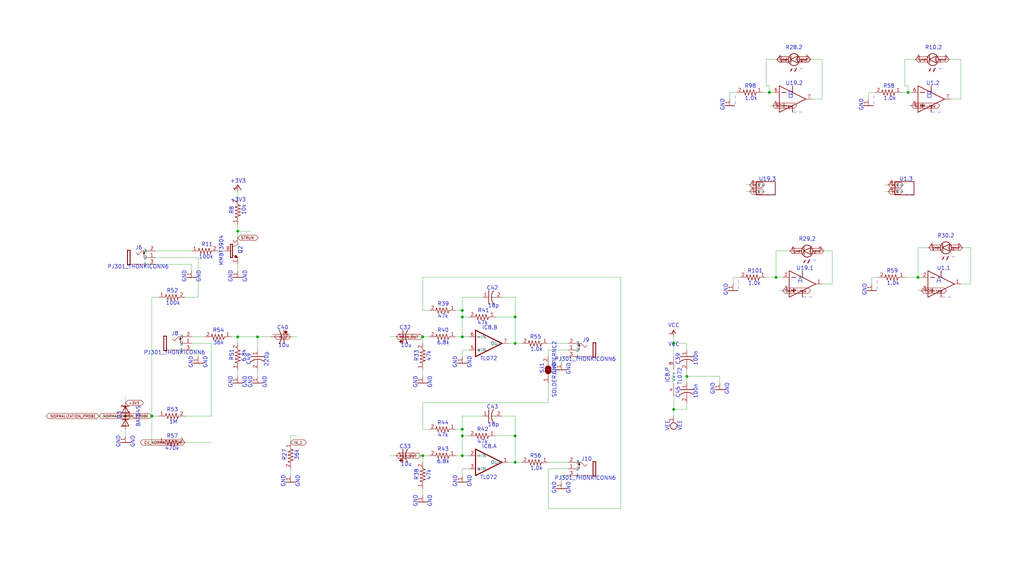
<source format=kicad_sch>
(kicad_sch (version 20231120) (generator "eeschema") (generator_version "8.0")
  (paper "User" 393.852 216.484)
  (lib_symbols
    (symbol "rangoon-eagle-import:+3V3" (power)
      (symbol "+3V3_1_0"
        (pin power_in line (at 0 -1.588 90) (length 2.54) (name "+3V3") (number "1"))
      )
    )
    (symbol "rangoon-eagle-import:BOURNS_PTL_LED_SLIDE_POT"
      (symbol "BOURNS_PTL_LED_SLIDE_POT_1_0"
        (pin passive line (at -5.715 0 0) (length 2.54) (name "CCW") (number "1"))
        (pin passive line (at 0 -6.35 90) (length 2.54) (name "W") (number "2"))
        (pin passive line (at 6.985 0 180) (length 2.54) (name "CW") (number "3"))
      )
      (symbol "BOURNS_PTL_LED_SLIDE_POT_2_0"
        (pin power_in line (at -6.668 -0.006 0) (length 2.54) (name "gnd@1") (number "5"))
        (pin power_in line (at 6.35 -0.006 180) (length 2.54) (name "gnd@2") (number "6"))
      )
    )
    (symbol "rangoon-eagle-import:C-USC0603_3"
      (symbol "C-USC0603_3_1_0"
        (pin passive line (at 0 3.81 270) (length 2.54) (name "1") (number "1"))
        (pin passive line (at 0 -3.81 90) (length 2.54) (name "2") (number "2"))
      )
    )
    (symbol "rangoon-eagle-import:C-USC0603_4"
      (symbol "C-USC0603_4_1_0"
        (pin passive line (at -3.81 0 0) (length 2.54) (name "1") (number "1"))
        (pin passive line (at 3.81 0 180) (length 2.54) (name "2") (number "2"))
      )
    )
    (symbol "rangoon-eagle-import:CPOL-USA_30"
      (symbol "CPOL-USA_30_1_0"
        (pin passive line (at -3.222 0 0) (length 2.54) (name "+") (number "+"))
        (pin passive line (at 4.398 0 180) (length 2.54) (name "-") (number "-"))
      )
    )
    (symbol "rangoon-eagle-import:CPOL-USA_31"
      (symbol "CPOL-USA_31_1_0"
        (pin passive line (at 3.222 0 180) (length 2.54) (name "+") (number "+"))
        (pin passive line (at -4.398 0 0) (length 2.54) (name "-") (number "-"))
      )
    )
    (symbol "rangoon-eagle-import:DIODE_2CACA-SOT23"
      (symbol "DIODE_2CACA-SOT23_1_0"
        (pin passive line (at 0 -5.08 90) (length 2.54) (name "A") (number "1"))
        (pin passive line (at 0 5.08 270) (length 2.54) (name "C") (number "2"))
        (pin passive line (at 2.54 0 180) (length 2.54) (name "AC") (number "3"))
      )
    )
    (symbol "rangoon-eagle-import:EVEN"
      (symbol "EVEN_1_0"
        (pin passive line (at -6.605 0 0) (length 2.54) (name "2") (number "1"))
        (pin passive line (at -6.605 2.54 0) (length 2.54) (name "3") (number "2"))
        (pin passive line (at -6.605 -2.54 0) (length 2.54) (name "1") (number "3"))
      )
    )
    (symbol "rangoon-eagle-import:GND" (power)
      (symbol "GND_1_0"
        (pin power_in line (at 0 2.54 270) (length 2.54) (name "GND") (number "1"))
      )
    )
    (symbol "rangoon-eagle-import:IN"
      (symbol "IN_1_0"
        (pin passive line (at 6.603 0 180) (length 2.54) (name "2") (number "1"))
        (pin passive line (at 6.603 2.54 180) (length 2.54) (name "3") (number "2"))
        (pin passive line (at 6.603 -2.54 180) (length 2.54) (name "1") (number "3"))
      )
    )
    (symbol "rangoon-eagle-import:MMBT3904LT1-NPN-SOT23-BEC"
      (symbol "MMBT3904LT1-NPN-SOT23-BEC_1_0"
        (pin passive line (at -3.685 0 0) (length 2.54) (name "B") (number "B"))
        (pin passive line (at 1.395 5.08 270) (length 2.54) (name "C") (number "C"))
        (pin passive line (at 1.395 -5.08 90) (length 2.54) (name "E") (number "E"))
      )
    )
    (symbol "rangoon-eagle-import:ODD"
      (symbol "ODD_1_0"
        (pin passive line (at -6.605 0 0) (length 2.54) (name "2") (number "1"))
        (pin passive line (at -6.605 2.54 0) (length 2.54) (name "3") (number "2"))
        (pin passive line (at -6.605 -2.54 0) (length 2.54) (name "1") (number "3"))
      )
    )
    (symbol "rangoon-eagle-import:R-US_R0402_(R-US_)"
      (symbol "R-US_R0402_(R-US_)_1_0"
        (pin passive line (at -5.08 0 0) (length 2.54) (name "1") (number "1"))
        (pin passive line (at 5.08 0 180) (length 2.54) (name "2") (number "2"))
      )
    )
    (symbol "rangoon-eagle-import:R-US_R0603"
      (symbol "R-US_R0603_1_0"
        (pin passive line (at -5.08 0 0) (length 2.54) (name "1") (number "1"))
        (pin passive line (at 5.08 0 180) (length 2.54) (name "2") (number "2"))
      )
    )
    (symbol "rangoon-eagle-import:R-US_R0603_35"
      (symbol "R-US_R0603_35_1_0"
        (pin passive line (at 0 -5.08 90) (length 2.54) (name "1") (number "1"))
        (pin passive line (at 0 5.08 270) (length 2.54) (name "2") (number "2"))
      )
    )
    (symbol "rangoon-eagle-import:R-US_R0603_37"
      (symbol "R-US_R0603_37_1_0"
        (pin passive line (at 0 5.08 270) (length 2.54) (name "1") (number "1"))
        (pin passive line (at 0 -5.08 90) (length 2.54) (name "2") (number "2"))
      )
    )
    (symbol "rangoon-eagle-import:R-US_R0603_38"
      (symbol "R-US_R0603_38_1_0"
        (pin passive line (at 5.08 0 180) (length 2.54) (name "1") (number "1"))
        (pin passive line (at -5.08 0 0) (length 2.54) (name "2") (number "2"))
      )
    )
    (symbol "rangoon-eagle-import:SOLDERJUMPERNC2"
      (symbol "SOLDERJUMPERNC2_1_0"
        (pin passive line (at 0 -5.08 90) (length 2.54) (name "1") (number "1"))
        (pin passive line (at 0 5.08 270) (length 2.54) (name "2") (number "2"))
      )
    )
    (symbol "rangoon-eagle-import:STRUM"
      (symbol "STRUM_1_0"
        (pin passive line (at 6.603 0 180) (length 2.54) (name "2") (number "1"))
        (pin passive line (at 6.603 2.54 180) (length 2.54) (name "3") (number "2"))
        (pin passive line (at 6.603 -2.54 180) (length 2.54) (name "1") (number "3"))
      )
    )
    (symbol "rangoon-eagle-import:TL072D"
      (symbol "TL072D_1_0"
        (pin output line (at 7.62 0 180) (length 2.54) (name "OUT") (number "1"))
        (pin input line (at -7.62 2.54 0) (length 2.54) (name "-IN") (number "2"))
        (pin input line (at -7.62 -2.54 0) (length 2.54) (name "+IN") (number "3"))
      )
      (symbol "TL072D_2_0"
        (pin input line (at -7.62 -2.54 0) (length 2.54) (name "+IN") (number "5"))
        (pin input line (at -7.62 2.54 0) (length 2.54) (name "-IN") (number "6"))
        (pin output line (at 7.62 0 180) (length 2.54) (name "OUT") (number "7"))
      )
      (symbol "TL072D_3_0"
        (pin power_in line (at 0 -7.62 90) (length 5.08) (name "V-") (number "4"))
        (pin power_in line (at 0 7.62 270) (length 5.08) (name "V+") (number "8"))
      )
    )
    (symbol "rangoon-eagle-import:TLV2172"
      (symbol "TLV2172_1_0"
        (pin output line (at 7.62 0 180) (length 2.54) (name "OUT") (number "1"))
        (pin input line (at -7.62 2.54 0) (length 2.54) (name "IN-") (number "2"))
        (pin input line (at -7.62 -2.54 0) (length 2.54) (name "IN+") (number "3"))
      )
      (symbol "TLV2172_2_0"
        (pin input line (at -7.62 -2.54 0) (length 2.54) (name "IN+") (number "5"))
        (pin input line (at -7.62 2.54 0) (length 2.54) (name "IN-") (number "6"))
        (pin output line (at 7.62 0 180) (length 2.54) (name "OUT") (number "7"))
      )
      (symbol "TLV2172_3_0"
        (pin power_in line (at -6.207 -1.27 0) (length 2.54) (name "V-") (number "4"))
        (pin power_in line (at -6.207 1.27 0) (length 2.54) (name "V+") (number "8"))
      )
    )
    (symbol "rangoon-eagle-import:VCC" (power)
      (symbol "VCC_1_0"
        (pin power_in line (at 0 -1.905 90) (length 2.54) (name "VCC") (number "1"))
      )
    )
    (symbol "rangoon-eagle-import:VEE_43" (power)
      (symbol "VEE_43_1_0"
        (pin power_in line (at 0 3.81 270) (length 2.54) (name "VEE") (number "1"))
      )
    )
  )
  (junction (at 99.06 129.54))
  (junction (at 177.8 121.92))
  (junction (at 198.12 121.92))
  (junction (at 177.8 167.64))
  (junction (at 177.8 175.26))
  (junction (at 162.56 175.26))
  (junction (at 349.25 35.56))
  (junction (at 259.08 132.08))
  (junction (at 264.16 144.78))
  (junction (at 198.12 132.08))
  (junction (at 162.56 129.54))
  (junction (at 198.12 177.8))
  (junction (at 353.06 106.68))
  (junction (at 259.08 157.48))
  (junction (at 177.8 119.38))
  (junction (at 91.44 129.54))
  (junction (at 58.42 160.02))
  (junction (at 177.8 129.54))
  (junction (at 298.45 106.68))
  (junction (at 295.91 35.56))
  (junction (at 91.44 88.9))
  (junction (at 198.12 167.64))
  (junction (at 177.8 165.1))
  (wire (pts (xy 259.08 152.4) (xy 259.08 157.48)) (stroke (width 0.1)))
  (wire (pts (xy 210.82 147.32) (xy 210.82 154.94)) (stroke (width 0.1)))
  (wire (pts (xy 316.23 22.847) (xy 311.785 22.847)) (stroke (width 0.1)))
  (wire (pts (xy 316.23 38.1) (xy 316.23 22.847)) (stroke (width 0.1)))
  (wire (pts (xy 218.44 134.62) (xy 210.82 134.62)) (stroke (width 0.1)))
  (wire (pts (xy 373.38 95.237) (xy 373.38 109.22)) (stroke (width 0.1)))
  (wire (pts (xy 177.8 167.64) (xy 180.34 167.64)) (stroke (width 0.1)))
  (wire (pts (xy 373.38 109.22) (xy 369.57 109.22)) (stroke (width 0.1)))
  (wire (pts (xy 91.44 76.2) (xy 91.44 73.66)) (stroke (width 0.1)))
  (wire (pts (xy 177.8 175.26) (xy 177.8 167.64)) (stroke (width 0.1)))
  (wire (pts (xy 48.26 154.94) (xy 48.26 152.4)) (stroke (width 0.1)))
  (wire (pts (xy 60.96 114.3) (xy 58.42 114.3)) (stroke (width 0.1)))
  (wire (pts (xy 320.04 109.22) (xy 320.04 96.507)) (stroke (width 0.1)))
  (wire (pts (xy 160.02 129.54) (xy 162.56 129.54)) (stroke (width 0.1)))
  (wire (pts (xy 59.69 96.52) (xy 73.66 96.52)) (stroke (width 0.1)))
  (wire (pts (xy 337.82 106.68) (xy 335.28 106.68)) (stroke (width 0.1)))
  (wire (pts (xy 294.64 33.02) (xy 295.91 33.02)) (stroke (width 0.1)))
  (wire (pts (xy 177.8 167.64) (xy 177.8 165.1)) (stroke (width 0.1)))
  (wire (pts (xy 58.42 160.02) (xy 58.42 170.18)) (stroke (width 0.1)))
  (wire (pts (xy 99.06 129.54) (xy 104.14 129.54)) (stroke (width 0.1)))
  (wire (pts (xy 177.8 175.26) (xy 180.34 175.26)) (stroke (width 0.1)))
  (wire (pts (xy 210.82 177.8) (xy 218.44 177.8)) (stroke (width 0.1)))
  (wire (pts (xy 281.94 106.68) (xy 281.94 109.22)) (stroke (width 0.1)))
  (wire (pts (xy 111.76 129.54) (xy 114.3 129.54)) (stroke (width 0.1)))
  (wire (pts (xy 284.48 106.68) (xy 281.94 106.68)) (stroke (width 0.1)))
  (wire (pts (xy 218.44 182.88) (xy 215.9 182.88)) (stroke (width 0.1)))
  (wire (pts (xy 288.29 71.12) (xy 287.02 71.12)) (stroke (width 0.1)))
  (wire (pts (xy 276.86 144.78) (xy 276.86 147.32)) (stroke (width 0.1)))
  (wire (pts (xy 280.67 35.56) (xy 280.67 38.1)) (stroke (width 0.1)))
  (wire (pts (xy 357.187 95.237) (xy 353.06 95.237)) (stroke (width 0.1)))
  (wire (pts (xy 259.08 137.16) (xy 259.08 132.08)) (stroke (width 0.1)))
  (wire (pts (xy 198.12 121.92) (xy 198.12 132.08)) (stroke (width 0.1)))
  (wire (pts (xy 81.28 132.08) (xy 81.28 160.02)) (stroke (width 0.1)))
  (wire (pts (xy 316.23 109.22) (xy 320.04 109.22)) (stroke (width 0.1)))
  (wire (pts (xy 58.42 114.3) (xy 58.42 160.02)) (stroke (width 0.1)))
  (wire (pts (xy 198.12 160.02) (xy 198.12 167.64)) (stroke (width 0.1)))
  (wire (pts (xy 71.12 170.18) (xy 81.28 170.18)) (stroke (width 0.1)))
  (wire (pts (xy 198.12 167.64) (xy 190.5 167.64)) (stroke (width 0.1)))
  (wire (pts (xy 162.56 106.68) (xy 162.56 119.38)) (stroke (width 0.1)))
  (wire (pts (xy 283.21 35.56) (xy 280.67 35.56)) (stroke (width 0.1)))
  (wire (pts (xy 350.52 40.64) (xy 349.25 40.64)) (stroke (width 0.1)))
  (wire (pts (xy 341.63 71.12) (xy 340.36 71.12)) (stroke (width 0.1)))
  (wire (pts (xy 349.25 33.02) (xy 349.25 35.56)) (stroke (width 0.1)))
  (wire (pts (xy 177.8 121.92) (xy 177.8 119.38)) (stroke (width 0.1)))
  (wire (pts (xy 162.56 175.26) (xy 165.1 175.26)) (stroke (width 0.1)))
  (wire (pts (xy 91.44 101.6) (xy 91.44 104.14)) (stroke (width 0.1)))
  (wire (pts (xy 162.56 142.24) (xy 162.56 144.78)) (stroke (width 0.1)))
  (wire (pts (xy 162.56 154.94) (xy 162.56 165.1)) (stroke (width 0.1)))
  (wire (pts (xy 365.125 22.847) (xy 369.57 22.847)) (stroke (width 0.1)))
  (wire (pts (xy 91.44 129.54) (xy 99.06 129.54)) (stroke (width 0.1)))
  (wire (pts (xy 180.34 180.34) (xy 177.8 180.34)) (stroke (width 0.1)))
  (wire (pts (xy 238.76 106.68) (xy 162.56 106.68)) (stroke (width 0.1)))
  (wire (pts (xy 264.16 142.24) (xy 264.16 144.78)) (stroke (width 0.1)))
  (wire (pts (xy 354.33 111.76) (xy 353.06 111.76)) (stroke (width 0.1)))
  (wire (pts (xy 210.82 180.34) (xy 210.82 195.58)) (stroke (width 0.1)))
  (wire (pts (xy 215.9 137.16) (xy 215.9 139.7)) (stroke (width 0.1)))
  (wire (pts (xy 83.82 96.52) (xy 86.36 96.52)) (stroke (width 0.1)))
  (wire (pts (xy 175.26 175.26) (xy 177.8 175.26)) (stroke (width 0.1)))
  (wire (pts (xy 297.18 40.64) (xy 295.91 40.64)) (stroke (width 0.1)))
  (wire (pts (xy 295.91 33.02) (xy 295.91 35.56)) (stroke (width 0.1)))
  (wire (pts (xy 58.42 170.18) (xy 60.96 170.18)) (stroke (width 0.1)))
  (wire (pts (xy 76.2 99.06) (xy 59.69 99.06)) (stroke (width 0.1)))
  (wire (pts (xy 177.8 134.62) (xy 177.8 137.16)) (stroke (width 0.1)))
  (wire (pts (xy 177.8 129.54) (xy 177.8 121.92)) (stroke (width 0.1)))
  (wire (pts (xy 259.08 157.48) (xy 259.08 160.02)) (stroke (width 0.1)))
  (wire (pts (xy 320.04 96.507) (xy 316.865 96.507)) (stroke (width 0.1)))
  (wire (pts (xy 111.76 167.64) (xy 114.3 167.64)) (stroke (width 0.1)))
  (wire (pts (xy 288.29 73.66) (xy 287.02 73.66)) (stroke (width 0.1)))
  (wire (pts (xy 259.08 132.08) (xy 264.16 132.08)) (stroke (width 0.1)))
  (wire (pts (xy 264.16 144.78) (xy 264.16 147.32)) (stroke (width 0.1)))
  (wire (pts (xy 81.28 160.02) (xy 71.12 160.02)) (stroke (width 0.1)))
  (wire (pts (xy 198.12 121.92) (xy 190.5 121.92)) (stroke (width 0.1)))
  (wire (pts (xy 198.12 177.8) (xy 200.66 177.8)) (stroke (width 0.1)))
  (wire (pts (xy 347.98 33.02) (xy 349.25 33.02)) (stroke (width 0.1)))
  (wire (pts (xy 48.26 165.1) (xy 48.26 167.64)) (stroke (width 0.1)))
  (wire (pts (xy 91.44 129.54) (xy 91.44 132.08)) (stroke (width 0.1)))
  (wire (pts (xy 111.76 180.34) (xy 111.76 182.88)) (stroke (width 0.1)))
  (wire (pts (xy 334.01 35.56) (xy 334.01 38.1)) (stroke (width 0.1)))
  (wire (pts (xy 76.2 114.3) (xy 76.2 99.06)) (stroke (width 0.1)))
  (wire (pts (xy 297.18 35.56) (xy 295.91 35.56)) (stroke (width 0.1)))
  (wire (pts (xy 353.06 106.68) (xy 354.33 106.68)) (stroke (width 0.1)))
  (wire (pts (xy 177.8 180.34) (xy 177.8 182.88)) (stroke (width 0.1)))
  (wire (pts (xy 264.16 157.48) (xy 264.16 154.94)) (stroke (width 0.1)))
  (wire (pts (xy 175.26 119.38) (xy 177.8 119.38)) (stroke (width 0.1)))
  (wire (pts (xy 73.66 134.62) (xy 76.2 134.62)) (stroke (width 0.1)))
  (wire (pts (xy 193.04 160.02) (xy 198.12 160.02)) (stroke (width 0.1)))
  (wire (pts (xy 91.44 142.24) (xy 91.44 144.78)) (stroke (width 0.1)))
  (wire (pts (xy 180.34 134.62) (xy 177.8 134.62)) (stroke (width 0.1)))
  (wire (pts (xy 193.04 114.3) (xy 198.12 114.3)) (stroke (width 0.1)))
  (wire (pts (xy 210.82 195.58) (xy 238.76 195.58)) (stroke (width 0.1)))
  (wire (pts (xy 99.06 142.24) (xy 99.06 144.78)) (stroke (width 0.1)))
  (wire (pts (xy 336.55 35.56) (xy 334.01 35.56)) (stroke (width 0.1)))
  (wire (pts (xy 177.8 129.54) (xy 180.34 129.54)) (stroke (width 0.1)))
  (wire (pts (xy 160.02 175.26) (xy 162.56 175.26)) (stroke (width 0.1)))
  (wire (pts (xy 152.4 129.54) (xy 149.86 129.54)) (stroke (width 0.1)))
  (wire (pts (xy 162.56 129.54) (xy 162.56 132.08)) (stroke (width 0.1)))
  (wire (pts (xy 152.4 175.26) (xy 149.86 175.26)) (stroke (width 0.1)))
  (wire (pts (xy 58.42 160.02) (xy 60.96 160.02)) (stroke (width 0.1)))
  (wire (pts (xy 162.56 187.96) (xy 162.56 190.5)) (stroke (width 0.1)))
  (wire (pts (xy 353.06 95.237) (xy 353.06 106.68)) (stroke (width 0.1)))
  (wire (pts (xy 177.8 121.92) (xy 180.34 121.92)) (stroke (width 0.1)))
  (wire (pts (xy 298.767 22.847) (xy 294.64 22.847)) (stroke (width 0.1)))
  (wire (pts (xy 218.44 137.16) (xy 215.9 137.16)) (stroke (width 0.1)))
  (wire (pts (xy 177.8 160.02) (xy 185.42 160.02)) (stroke (width 0.1)))
  (wire (pts (xy 177.8 114.3) (xy 185.42 114.3)) (stroke (width 0.1)))
  (wire (pts (xy 347.98 106.68) (xy 353.06 106.68)) (stroke (width 0.1)))
  (wire (pts (xy 38.1 160.02) (xy 50.8 160.02)) (stroke (width 0.1)))
  (wire (pts (xy 312.42 38.1) (xy 316.23 38.1)) (stroke (width 0.1)))
  (wire (pts (xy 294.64 22.847) (xy 294.64 33.02)) (stroke (width 0.1)))
  (wire (pts (xy 210.82 132.08) (xy 218.44 132.08)) (stroke (width 0.1)))
  (wire (pts (xy 198.12 177.8) (xy 195.58 177.8)) (stroke (width 0.1)))
  (wire (pts (xy 162.56 175.26) (xy 162.56 177.8)) (stroke (width 0.1)))
  (wire (pts (xy 369.57 22.847) (xy 369.57 38.1)) (stroke (width 0.1)))
  (wire (pts (xy 341.63 73.66) (xy 340.36 73.66)) (stroke (width 0.1)))
  (wire (pts (xy 175.26 165.1) (xy 177.8 165.1)) (stroke (width 0.1)))
  (wire (pts (xy 349.25 35.56) (xy 346.71 35.56)) (stroke (width 0.1)))
  (wire (pts (xy 91.44 88.9) (xy 91.44 86.36)) (stroke (width 0.1)))
  (wire (pts (xy 300.99 111.76) (xy 299.72 111.76)) (stroke (width 0.1)))
  (wire (pts (xy 162.56 119.38) (xy 165.1 119.38)) (stroke (width 0.1)))
  (wire (pts (xy 198.12 167.64) (xy 198.12 177.8)) (stroke (width 0.1)))
  (wire (pts (xy 298.45 96.507) (xy 298.45 106.68)) (stroke (width 0.1)))
  (wire (pts (xy 91.44 91.44) (xy 91.44 88.9)) (stroke (width 0.1)))
  (wire (pts (xy 218.44 180.34) (xy 210.82 180.34)) (stroke (width 0.1)))
  (wire (pts (xy 73.66 129.54) (xy 78.74 129.54)) (stroke (width 0.1)))
  (wire (pts (xy 71.12 114.3) (xy 76.2 114.3)) (stroke (width 0.1)))
  (wire (pts (xy 352.107 22.847) (xy 347.98 22.847)) (stroke (width 0.1)))
  (wire (pts (xy 162.56 165.1) (xy 165.1 165.1)) (stroke (width 0.1)))
  (wire (pts (xy 369.57 38.1) (xy 365.76 38.1)) (stroke (width 0.1)))
  (wire (pts (xy 59.69 101.6) (xy 73.66 101.6)) (stroke (width 0.1)))
  (wire (pts (xy 99.06 129.54) (xy 99.06 134.62)) (stroke (width 0.1)))
  (wire (pts (xy 350.52 35.56) (xy 349.25 35.56)) (stroke (width 0.1)))
  (wire (pts (xy 177.8 165.1) (xy 177.8 160.02)) (stroke (width 0.1)))
  (wire (pts (xy 162.56 129.54) (xy 165.1 129.54)) (stroke (width 0.1)))
  (wire (pts (xy 198.12 132.08) (xy 200.66 132.08)) (stroke (width 0.1)))
  (wire (pts (xy 73.66 101.6) (xy 73.66 104.14)) (stroke (width 0.1)))
  (wire (pts (xy 88.9 129.54) (xy 91.44 129.54)) (stroke (width 0.1)))
  (wire (pts (xy 370.205 95.237) (xy 373.38 95.237)) (stroke (width 0.1)))
  (wire (pts (xy 76.2 134.62) (xy 76.2 137.16)) (stroke (width 0.1)))
  (wire (pts (xy 215.9 182.88) (xy 215.9 185.42)) (stroke (width 0.1)))
  (wire (pts (xy 294.64 106.68) (xy 298.45 106.68)) (stroke (width 0.1)))
  (wire (pts (xy 347.98 22.847) (xy 347.98 33.02)) (stroke (width 0.1)))
  (wire (pts (xy 238.76 195.58) (xy 238.76 106.68)) (stroke (width 0.1)))
  (wire (pts (xy 175.26 129.54) (xy 177.8 129.54)) (stroke (width 0.1)))
  (wire (pts (xy 264.16 144.78) (xy 276.86 144.78)) (stroke (width 0.1)))
  (wire (pts (xy 198.12 114.3) (xy 198.12 121.92)) (stroke (width 0.1)))
  (wire (pts (xy 259.08 157.48) (xy 264.16 157.48)) (stroke (width 0.1)))
  (wire (pts (xy 335.28 106.68) (xy 335.28 109.22)) (stroke (width 0.1)))
  (wire (pts (xy 210.82 134.62) (xy 210.82 137.16)) (stroke (width 0.1)))
  (wire (pts (xy 198.12 132.08) (xy 195.58 132.08)) (stroke (width 0.1)))
  (wire (pts (xy 91.44 88.9) (xy 96.52 88.9)) (stroke (width 0.1)))
  (wire (pts (xy 177.8 119.38) (xy 177.8 114.3)) (stroke (width 0.1)))
  (wire (pts (xy 111.76 170.18) (xy 111.76 167.64)) (stroke (width 0.1)))
  (wire (pts (xy 210.82 154.94) (xy 162.56 154.94)) (stroke (width 0.1)))
  (wire (pts (xy 259.08 132.08) (xy 259.08 129.54)) (stroke (width 0.1)))
  (wire (pts (xy 303.847 96.507) (xy 298.45 96.507)) (stroke (width 0.1)))
  (wire (pts (xy 298.45 106.68) (xy 300.99 106.68)) (stroke (width 0.1)))
  (wire (pts (xy 264.16 132.08) (xy 264.16 134.62)) (stroke (width 0.1)))
  (wire (pts (xy 295.91 35.56) (xy 293.37 35.56)) (stroke (width 0.1)))
  (wire (pts (xy 73.66 132.08) (xy 81.28 132.08)) (stroke (width 0.1)))
  (wire (pts (xy 53.34 160.02) (xy 58.42 160.02)) (stroke (width 0.1)))
  (text "R8" (at 89.94 82.535 90) (effects (font (size 1.48 1.48)) (justify left bottom)))
  (text "C40" (at 106.464 127 0) (effects (font (size 1.48 1.48)) (justify left bottom)))
  (text "R38" (at 161.06 184.881 90) (effects (font (size 1.48 1.48)) (justify left bottom)))
  (text "100k" (at 63.73 115.8 0) (effects (font (size 1.48 1.48)) (justify left top)))
  (text "R10.2" (at 355.729 19.288 0) (effects (font (size 1.48 1.48)) (justify left bottom)))
  (text "6.8k" (at 168.017 131.04 0) (effects (font (size 1.48 1.48)) (justify left top)))
  (text "47k" (at 168.251 166.6 0) (effects (font (size 1.48 1.48)) (justify left top)))
  (text "R54" (at 81.782 128.04 0) (effects (font (size 1.48 1.48)) (justify left bottom)))
  (text "6.8k" (at 168.017 176.76 0) (effects (font (size 1.48 1.48)) (justify left top)))
  (text "GND" (at 71.755 108.718 90) (effects (font (size 1.48 1.48)) (justify left bottom)))
  (text "U19.3" (at 291.804 69.85 0) (effects (font (size 1.48 1.48)) (justify left bottom)))
  (text "J10" (at 223.517 177.546 0) (effects (font (size 1.48 1.48)) (justify left bottom)))
  (text "BAT54S" (at 52.3 164.369 90) (effects (font (size 1.48 1.48)) (justify left top)))
  (text "GND" (at 278.765 151.898 90) (effects (font (size 1.48 1.48)) (justify left top)))
  (text "R11" (at 77.393 95.02 0) (effects (font (size 1.48 1.48)) (justify left bottom)))
  (text "R28.2" (at 302.062 19.288 0) (effects (font (size 1.48 1.48)) (justify left bottom)))
  (text "GND" (at 75.565 108.718 90) (effects (font (size 1.48 1.48)) (justify left top)))
  (text "PJ301_THONKICONN6" (at 213.261 137.414 0) (effects (font (size 1.48 1.48)) (justify left top)))
  (text "470k" (at 63.366 171.68 0) (effects (font (size 1.48 1.48)) (justify left top)))
  (text "VCC" (at 256.933 126.135 0) (effects (font (size 1.48 1.48)) (justify left bottom)))
  (text "\" \"" (at 335.915 40.405 90) (effects (font (size 1.48 1.48)) (justify left top)))
  (text "GND" (at 179.705 187.458 90) (effects (font (size 1.48 1.48)) (justify left top)))
  (text "R101" (at 287.468 105.18 0) (effects (font (size 1.48 1.48)) (justify left bottom)))
  (text "1.0k" (at 203.867 179.3 0) (effects (font (size 1.48 1.48)) (justify left top)))
  (text "U19.2" (at 302.108 33.02 0) (effects (font (size 1.48 1.48)) (justify left bottom)))
  (text "R27" (at 110.26 177.262 90) (effects (font (size 1.48 1.48)) (justify left bottom)))
  (text "\" \"" (at 283.845 111.525 90) (effects (font (size 1.48 1.48)) (justify left top)))
  (text "GND" (at 278.765 42.678 90) (effects (font (size 1.48 1.48)) (justify left bottom)))
  (text "GND" (at 78.105 141.738 90) (effects (font (size 1.48 1.48)) (justify left top)))
  (text "PJ301_THONKICONN6" (at 213.261 183.134 0) (effects (font (size 1.48 1.48)) (justify left top)))
  (text "\" \"" (at 358.375 43.18 0) (effects (font (size 1.48 1.48)) (justify left top)))
  (text "100n" (at 266.7 140.74 90) (effects (font (size 1.48 1.48)) (justify left top)))
  (text "PJ301_THONKICONN6" (at 55.273 134.874 0) (effects (font (size 1.48 1.48)) (justify left top)))
  (text "GND" (at 50.165 172.218 90) (effects (font (size 1.48 1.48)) (justify left top)))
  (text "C33" (at 153.584 172.72 0) (effects (font (size 1.48 1.48)) (justify left bottom)))
  (text "C39" (at 261.62 140.432 90) (effects (font (size 1.48 1.48)) (justify left bottom)))
  (text "\" \"" (at 294.732 74.93 0) (effects (font (size 1.48 1.48)) (justify left top)))
  (text "47k" (at 183.491 169.14 0) (effects (font (size 1.48 1.48)) (justify left top)))
  (text "R42" (at 183.382 166.14 0) (effects (font (size 1.48 1.48)) (justify left bottom)))
  (text "\" \"" (at 305.035 43.18 0) (effects (font (size 1.48 1.48)) (justify left top)))
  (text "GND" (at 213.995 144.278 90) (effects (font (size 1.48 1.48)) (justify left bottom)))
  (text "A" (at 359.918 106.297 0) (effects (font (size 2.467 2.467)) (justify left top)))
  (text "10k" (at 92.94 82.845 90) (effects (font (size 1.48 1.48)) (justify left top)))
  (text "47k" (at 164.06 184.809 90) (effects (font (size 1.48 1.48)) (justify left top)))
  (text "B" (at 302.768 35.177 0) (effects (font (size 2.467 2.467)) (justify left top)))
  (text "+3V3" (at 88.474 70.573 0) (effects (font (size 1.48 1.48)) (justify left bottom)))
  (text "18p" (at 187.629 162.56 0) (effects (font (size 1.48 1.48)) (justify left top)))
  (text "36k" (at 81.965 131.04 0) (effects (font (size 1.48 1.48)) (justify left top)))
  (text "\" \"" (at 282.575 40.405 90) (effects (font (size 1.48 1.48)) (justify left top)))
  (text "R29.2" (at 307.178 92.948 0) (effects (font (size 1.48 1.48)) (justify left bottom)))
  (text "GND" (at 274.955 151.898 90) (effects (font (size 1.48 1.48)) (justify left bottom)))
  (text "R52" (at 64.038 112.8 0) (effects (font (size 1.48 1.48)) (justify left bottom)))
  (text "6.8k" (at 92.94 139.323 90) (effects (font (size 1.48 1.48)) (justify left top)))
  (text "J9" (at 223.971 131.826 0) (effects (font (size 1.48 1.48)) (justify left bottom)))
  (text "R44" (at 168.106 163.6 0) (effects (font (size 1.48 1.48)) (justify left bottom)))
  (text "\" \"" (at 363.773 98.809 0) (effects (font (size 1.48 1.48)) (justify left top)))
  (text "TL072" (at 260.58 148.2 90) (effects (font (size 1.48 1.48)) (justify left top)))
  (text "R56" (at 203.775 176.3 0) (effects (font (size 1.48 1.48)) (justify left bottom)))
  (text "J6" (at 52.014 96.266 0) (effects (font (size 1.48 1.48)) (justify left bottom)))
  (text "R51" (at 89.94 138.834 90) (effects (font (size 1.48 1.48)) (justify left bottom)))
  (text "10u" (at 106.973 132.08 0) (effects (font (size 1.48 1.48)) (justify left top)))
  (text "100k" (at 76.43 98.02 0) (effects (font (size 1.48 1.48)) (justify left top)))
  (text "C45" (at 261.62 153.204 90) (effects (font (size 1.48 1.48)) (justify left bottom)))
  (text "\" \"" (at 308.845 114.3 0) (effects (font (size 1.48 1.48)) (justify left top)))
  (text "VCC" (at 256.933 131.675 0) (effects (font (size 1.48 1.48)) (justify left top)))
  (text "IC8.P" (at 257.58 147.361 90) (effects (font (size 1.48 1.48)) (justify left bottom)))
  (text "VEE" (at 260.58 165.83 90) (effects (font (size 1.48 1.48)) (justify left top)))
  (text "GND" (at 175.895 187.458 90) (effects (font (size 1.48 1.48)) (justify left bottom)))
  (text "1.0k" (at 339.757 37.06 0) (effects (font (size 1.48 1.48)) (justify left top)))
  (text "GND" (at 113.665 187.458 90) (effects (font (size 1.48 1.48)) (justify left top)))
  (text "GND" (at 109.855 187.458 90) (effects (font (size 1.48 1.48)) (justify left bottom)))
  (text "100n" (at 266.7 153.44 90) (effects (font (size 1.48 1.48)) (justify left top)))
  (text "+3V3" (at 88.474 76.112 0) (effects (font (size 1.48 1.48)) (justify left top)))
  (text "GND" (at 100.965 149.358 90) (effects (font (size 1.48 1.48)) (justify left top)))
  (text "J8" (at 65.947 129.286 0) (effects (font (size 1.48 1.48)) (justify left bottom)))
  (text "10u" (at 154.057 132.08 0) (effects (font (size 1.48 1.48)) (justify left top)))
  (text "GND" (at 332.105 42.678 90) (effects (font (size 1.48 1.48)) (justify left bottom)))
  (text "R58" (at 339.629 34.06 0) (effects (font (size 1.48 1.48)) (justify left bottom)))
  (text "R98" (at 286.325 34.06 0) (effects (font (size 1.48 1.48)) (justify left bottom)))
  (text "GND" (at 164.465 195.078 90) (effects (font (size 1.48 1.48)) (justify left top)))
  (text "GND" (at 217.805 189.998 90) (effects (font (size 1.48 1.48)) (justify left top)))
  (text "1.0k" (at 341.027 108.18 0) (effects (font (size 1.48 1.48)) (justify left top)))
  (text "C42" (at 187.156 111.76 0) (effects (font (size 1.48 1.48)) (justify left bottom)))
  (text "1.0k" (at 203.867 133.58 0) (effects (font (size 1.48 1.48)) (justify left top)))
  (text "R59" (at 340.934 105.18 0) (effects (font (size 1.48 1.48)) (justify left bottom)))
  (text "R33" (at 161.06 139.162 90) (effects (font (size 1.48 1.48)) (justify left bottom)))
  (text "SJ1" (at 209.32 143.769 90) (effects (font (size 1.48 1.48)) (justify left bottom)))
  (text "GND" (at 160.655 149.358 90) (effects (font (size 1.48 1.48)) (justify left bottom)))
  (text "\" \"" (at 305.353 26.419 0) (effects (font (size 1.48 1.48)) (justify left top)))
  (text "R57" (at 64.038 168.68 0) (effects (font (size 1.48 1.48)) (justify left bottom)))
  (text "SOLDERJUMPERNC2" (at 212.32 153.079 90) (effects (font (size 1.48 1.48)) (justify left top)))
  (text "R41" (at 183.71 120.42 0) (effects (font (size 1.48 1.48)) (justify left bottom)))
  (text "PJ301_THONKICONN6" (at 41.303 101.854 0) (effects (font (size 1.48 1.48)) (justify left top)))
  (text "GND" (at 93.345 149.358 90) (effects (font (size 1.48 1.48)) (justify left top)))
  (text "GND" (at 217.805 144.278 90) (effects (font (size 1.48 1.48)) (justify left top)))
  (text "GND" (at 93.345 108.718 90) (effects (font (size 1.48 1.48)) (justify left top)))
  (text "MMBT3904" (at 86.005 102.396 90) (effects (font (size 1.48 1.48)) (justify left bottom)))
  (text "B" (at 356.108 35.177 0) (effects (font (size 2.467 2.467)) (justify left top)))
  (text "U19.1" (at 306.245 104.14 0) (effects (font (size 1.48 1.48)) (justify left bottom)))
  (text "C49" (at 96.52 140.468 90) (effects (font (size 1.48 1.48)) (justify left bottom)))
  (text "C32" (at 153.584 127 0) (effects (font (size 1.48 1.48)) (justify left bottom)))
  (text "220p" (at 101.6 141.105 90) (effects (font (size 1.48 1.48)) (justify left top)))
  (text "R39" (at 168.214 117.88 0) (effects (font (size 1.48 1.48)) (justify left bottom)))
  (text "\" \"" (at 337.185 111.525 90) (effects (font (size 1.48 1.48)) (justify left top)))
  (text "\" \"" (at 362.185 114.3 0) (effects (font (size 1.48 1.48)) (justify left top)))
  (text "GND" (at 160.655 195.078 90) (effects (font (size 1.48 1.48)) (justify left bottom)))
  (text "R53" (at 64.038 158.52 0) (effects (font (size 1.48 1.48)) (justify left bottom)))
  (text "\" \"" (at 310.433 100.079 0) (effects (font (size 1.48 1.48)) (justify left top)))
  (text "1M" (at 65.039 161.52 0) (effects (font (size 1.48 1.48)) (justify left top)))
  (text "GND" (at 213.995 189.998 90) (effects (font (size 1.48 1.48)) (justify left bottom)))
  (text "IC8.B" (at 185.379 127 0) (effects (font (size 1.48 1.48)) (justify left bottom)))
  (text "\" \"" (at 348.072 74.93 0) (effects (font (size 1.48 1.48)) (justify left top)))
  (text "A" (at 306.578 106.297 0) (effects (font (size 2.467 2.467)) (justify left top)))
  (text "R30.2" (at 360.481 91.678 0) (effects (font (size 1.48 1.48)) (justify left bottom)))
  (text "1.0k" (at 286.417 37.06 0) (effects (font (size 1.48 1.48)) (justify left top)))
  (text "IC8.A" (at 185.306 172.72 0) (effects (font (size 1.48 1.48)) (justify left bottom)))
  (text "D3" (at 46.76 161.276 90) (effects (font (size 1.48 1.48)) (justify left bottom)))
  (text "GND" (at 89.535 108.718 90) (effects (font (size 1.48 1.48)) (justify left bottom)))
  (text "GND" (at 175.895 141.738 90) (effects (font (size 1.48 1.48)) (justify left bottom)))
  (text "TL072" (at 184.54 137.16 0) (effects (font (size 1.48 1.48)) (justify left top)))
  (text "GND" (at 46.355 172.218 90) (effects (font (size 1.48 1.48)) (justify left bottom)))
  (text "GND" (at 179.705 141.738 90) (effects (font (size 1.48 1.48)) (justify left top)))
  (text "18p" (at 187.629 116.84 0) (effects (font (size 1.48 1.48)) (justify left top)))
  (text "47k" (at 168.251 120.88 0) (effects (font (size 1.48 1.48)) (justify left top)))
  (text "U1.2" (at 356.157 33.02 0) (effects (font (size 1.48 1.48)) (justify left bottom)))
  (text "VEE" (at 257.58 165.83 90) (effects (font (size 1.48 1.48)) (justify left bottom)))
  (text "Q2" (at 91.545 97.85 90) (effects (font (size 1.48 1.48)) (justify left top)))
  (text "10u" (at 154.057 177.8 0) (effects (font (size 1.48 1.48)) (justify left top)))
  (text "GND" (at 97.155 149.358 90) (effects (font (size 1.48 1.48)) (justify left bottom)))
  (text "36k" (at 113.26 177.115 90) (effects (font (size 1.48 1.48)) (justify left top)))
  (text "47k" (at 164.06 139.089 90) (effects (font (size 1.48 1.48)) (justify left top)))
  (text "R40" (at 168.142 128.04 0) (effects (font (size 1.48 1.48)) (justify left bottom)))
  (text "R43" (at 168.142 173.76 0) (effects (font (size 1.48 1.48)) (justify left bottom)))
  (text "\" \"" (at 358.693 26.419 0) (effects (font (size 1.48 1.48)) (justify left top)))
  (text "TL072" (at 184.54 182.88 0) (effects (font (size 1.48 1.48)) (justify left top)))
  (text "GND" (at 74.295 141.738 90) (effects (font (size 1.48 1.48)) (justify left bottom)))
  (text "47k" (at 183.491 123.42 0) (effects (font (size 1.48 1.48)) (justify left top)))
  (text "U1.1" (at 360.295 104.14 0) (effects (font (size 1.48 1.48)) (justify left bottom)))
  (text "R55" (at 203.738 130.58 0) (effects (font (size 1.48 1.48)) (justify left bottom)))
  (text "GND" (at 333.375 113.798 90) (effects (font (size 1.48 1.48)) (justify left bottom)))
  (text "1.0k" (at 287.687 108.18 0) (effects (font (size 1.48 1.48)) (justify left top)))
  (text "GND" (at 164.465 149.358 90) (effects (font (size 1.48 1.48)) (justify left top)))
  (text "C43" (at 187.156 157.48 0) (effects (font (size 1.48 1.48)) (justify left bottom)))
  (text "GND" (at 280.035 113.798 90) (effects (font (size 1.48 1.48)) (justify left bottom)))
  (text "GND" (at 89.535 149.358 90) (effects (font (size 1.48 1.48)) (justify left bottom)))
  (text "U1.3" (at 345.854 69.85 0) (effects (font (size 1.48 1.48)) (justify left bottom)))
  (global_label "NORMALIZATION_PROBE" (shape bidirectional) (at 58.42 160.02 180) (effects (font (size 1.016 1.016))) (property "Intersheetrefs" "${INTERSHEET_REFS}" (effects (hide yes))))
  (global_label "gnd" (shape bidirectional) (at 370.205 95.238 180) (effects (font (size 1.016 1.016))) (property "Intersheetrefs" "${INTERSHEET_REFS}" (effects (hide yes))))
  (global_label "DAMP-raw" (shape bidirectional) (at 300.99 111.76 0) (effects (font (size 1.016 1.016))) (property "Intersheetrefs" "${INTERSHEET_REFS}" (effects (hide yes))))
  (global_label "VEE" (shape bidirectional) (at 341.63 73.66 0) (effects (font (size 1.016 1.016))) (property "Intersheetrefs" "${INTERSHEET_REFS}" (effects (hide yes))))
  (global_label "MAIN_OUT" (shape bidirectional) (at 152.4 129.54 0) (effects (font (size 1.016 1.016))) (property "Intersheetrefs" "${INTERSHEET_REFS}" (effects (hide yes))))
  (global_label "IN_1" (shape bidirectional) (at 111.76 170.18 0) (effects (font (size 1.016 1.016))) (property "Intersheetrefs" "${INTERSHEET_REFS}" (effects (hide yes))))
  (global_label "VCC" (shape bidirectional) (at 341.63 71.12 0) (effects (font (size 1.016 1.016))) (property "Intersheetrefs" "${INTERSHEET_REFS}" (effects (hide yes))))
  (global_label "GEOM-raw" (shape bidirectional) (at 350.52 40.64 0) (effects (font (size 1.016 1.016))) (property "Intersheetrefs" "${INTERSHEET_REFS}" (effects (hide yes))))
  (global_label "BRI-raw" (shape bidirectional) (at 297.18 40.64 0) (effects (font (size 1.016 1.016))) (property "Intersheetrefs" "${INTERSHEET_REFS}" (effects (hide yes))))
  (global_label "+3V3" (shape bidirectional) (at 48.26 154.94 0) (effects (font (size 1.016 1.016))) (property "Intersheetrefs" "${INTERSHEET_REFS}" (effects (hide yes))))
  (global_label "NORMALIZATION_PROBE" (shape bidirectional) (at 38.1 160.02 180) (effects (font (size 1.016 1.016))) (property "Intersheetrefs" "${INTERSHEET_REFS}" (effects (hide yes))))
  (global_label "VEE" (shape bidirectional) (at 288.29 73.66 0) (effects (font (size 1.016 1.016))) (property "Intersheetrefs" "${INTERSHEET_REFS}" (effects (hide yes))))
  (global_label "gnd" (shape bidirectional) (at 352.108 22.848 0) (effects (font (size 1.016 1.016))) (property "Intersheetrefs" "${INTERSHEET_REFS}" (effects (hide yes))))
  (global_label "AUX_OUT" (shape bidirectional) (at 152.4 175.26 0) (effects (font (size 1.016 1.016))) (property "Intersheetrefs" "${INTERSHEET_REFS}" (effects (hide yes))))
  (global_label "gnd" (shape bidirectional) (at 303.848 96.508 0) (effects (font (size 1.016 1.016))) (property "Intersheetrefs" "${INTERSHEET_REFS}" (effects (hide yes))))
  (global_label "POS-raw" (shape bidirectional) (at 354.33 111.76 0) (effects (font (size 1.016 1.016))) (property "Intersheetrefs" "${INTERSHEET_REFS}" (effects (hide yes))))
  (global_label "CV_NORMALIZATION" (shape bidirectional) (at 71.12 170.18 180) (effects (font (size 1.016 1.016))) (property "Intersheetrefs" "${INTERSHEET_REFS}" (effects (hide yes))))
  (global_label "gnd" (shape bidirectional) (at 311.785 22.848 180) (effects (font (size 1.016 1.016))) (property "Intersheetrefs" "${INTERSHEET_REFS}" (effects (hide yes))))
  (global_label "gnd" (shape bidirectional) (at 357.187 95.238 0) (effects (font (size 1.016 1.016))) (property "Intersheetrefs" "${INTERSHEET_REFS}" (effects (hide yes))))
  (global_label "VCC" (shape bidirectional) (at 288.29 71.12 0) (effects (font (size 1.016 1.016))) (property "Intersheetrefs" "${INTERSHEET_REFS}" (effects (hide yes))))
  (global_label "gnd" (shape bidirectional) (at 298.767 22.848 0) (effects (font (size 1.016 1.016))) (property "Intersheetrefs" "${INTERSHEET_REFS}" (effects (hide yes))))
  (global_label "gnd" (shape bidirectional) (at 298.767 22.848 0) (effects (font (size 1.016 1.016))) (property "Intersheetrefs" "${INTERSHEET_REFS}" (effects (hide yes))))
  (global_label "STRUM" (shape bidirectional) (at 91.44 91.44 0) (effects (font (size 1.016 1.016))) (property "Intersheetrefs" "${INTERSHEET_REFS}" (effects (hide yes))))
  (global_label "IN_2" (shape bidirectional) (at 111.76 129.54 180) (effects (font (size 1.016 1.016))) (property "Intersheetrefs" "${INTERSHEET_REFS}" (effects (hide yes))))
  (global_label "gnd" (shape bidirectional) (at 365.126 22.848 180) (effects (font (size 1.016 1.016))) (property "Intersheetrefs" "${INTERSHEET_REFS}" (effects (hide yes))))
  (global_label "gnd" (shape bidirectional) (at 311.785 22.848 180) (effects (font (size 1.016 1.016))) (property "Intersheetrefs" "${INTERSHEET_REFS}" (effects (hide yes))))
  (global_label "gnd" (shape bidirectional) (at 316.866 96.508 180) (effects (font (size 1.016 1.016))) (property "Intersheetrefs" "${INTERSHEET_REFS}" (effects (hide yes))))
  (symbol (lib_id "rangoon-eagle-import:R-US_R0402_(R-US_)") (at 289.56 106.68 180) (unit 1)
    (property "Reference" "R101" (effects (hide yes)))
    (property "Value" "1.0k" (effects (hide yes)))
    (property "Footprint" "rangoon:RES_0603_47" (effects (hide yes)))
  )
  (symbol (lib_id "rangoon-eagle-import:R-US_R0603_38") (at 170.18 119.38 0) (unit 1)
    (property "Reference" "R39" (effects (hide yes)))
    (property "Value" "47k" (effects (hide yes)))
    (property "Footprint" "rangoon:RES_0603" (effects (hide yes)))
  )
  (symbol (lib_id "rangoon-eagle-import:GND") (at 177.8 185.42 0) (unit 1)
    (property "Reference" "#GND32" (effects (hide yes)))
    (property "Value" "GND" (effects (hide yes)))
  )
  (symbol (lib_id "rangoon-eagle-import:C-USC0603_4") (at 189.23 160.02 0) (unit 1)
    (property "Reference" "C43" (effects (hide yes)))
    (property "Value" "18p" (effects (hide yes)))
    (property "Footprint" "rangoon:CAP_0603" (effects (hide yes)))
  )
  (symbol (lib_id "rangoon-eagle-import:C-USC0603_3") (at 99.06 138.43 0) (unit 1)
    (property "Reference" "C49" (effects (hide yes)))
    (property "Value" "220p" (effects (hide yes)))
    (property "Footprint" "rangoon:CAP_0603" (effects (hide yes)))
  )
  (symbol (lib_id "rangoon-eagle-import:GND") (at 48.26 170.18 0) (unit 1)
    (property "Reference" "#GND52" (effects (hide yes)))
    (property "Value" "GND" (effects (hide yes)))
  )
  (symbol (lib_id "rangoon-eagle-import:TL072D") (at 259.08 144.78 0) (unit 3)
    (property "Reference" "IC8" (effects (hide yes)))
    (property "Value" "TL072" (effects (hide yes)))
    (property "Footprint" "rangoon:SO08" (effects (hide yes)))
  )
  (symbol (lib_id "rangoon-eagle-import:R-US_R0603_35") (at 91.44 81.28 0) (unit 1)
    (property "Reference" "R8" (effects (hide yes)))
    (property "Value" "10k" (effects (hide yes)))
    (property "Footprint" "rangoon:RES_0603" (effects (hide yes)))
  )
  (symbol (lib_id "rangoon-eagle-import:R-US_R0603_38") (at 170.18 165.1 0) (unit 1)
    (property "Reference" "R44" (effects (hide yes)))
    (property "Value" "47k" (effects (hide yes)))
    (property "Footprint" "rangoon:RES_0603" (effects (hide yes)))
  )
  (symbol (lib_id "rangoon-eagle-import:R-US_R0603") (at 66.04 114.3 0) (unit 1)
    (property "Reference" "R52" (effects (hide yes)))
    (property "Value" "100k" (effects (hide yes)))
    (property "Footprint" "rangoon:RES_0603" (effects (hide yes)))
  )
  (symbol (lib_id "rangoon-eagle-import:GND") (at 162.56 193.04 0) (unit 1)
    (property "Reference" "#GND31" (effects (hide yes)))
    (property "Value" "GND" (effects (hide yes)))
  )
  (symbol (lib_id "rangoon-eagle-import:DIODE_2CACA-SOT23") (at 48.26 160.02 0) (unit 1)
    (property "Reference" "D3" (effects (hide yes)))
    (property "Value" "BAT54S" (effects (hide yes)))
    (property "Footprint" "rangoon:SOT23" (effects (hide yes)))
  )
  (symbol (lib_id "rangoon-eagle-import:VCC") (at 259.08 127.635 0) (unit 1)
    (property "Reference" "#P+1" (effects (hide yes)))
    (property "Value" "VCC" (effects (hide yes)))
  )
  (symbol (lib_id "rangoon-eagle-import:BOURNS_PTL_LED_SLIDE_POT") (at 310.198 96.514 180) (unit 2)
    (property "Reference" "R29" (effects (hide yes)))
    (property "Value" "BOURNS_PTL_LED_SLIDE_POT" (effects (hide yes)))
    (property "Footprint" "rangoon:BOURNS_PTL_30MM" (effects (hide yes)))
  )
  (symbol (lib_id "rangoon-eagle-import:C-USC0603_3") (at 264.16 151.13 0) (unit 1)
    (property "Reference" "C45" (effects (hide yes)))
    (property "Value" "100n" (effects (hide yes)))
    (property "Footprint" "rangoon:CAP_0603" (effects (hide yes)))
  )
  (symbol (lib_id "rangoon-eagle-import:R-US_R0603_35") (at 91.44 137.16 0) (unit 1)
    (property "Reference" "R51" (effects (hide yes)))
    (property "Value" "6.8k" (effects (hide yes)))
    (property "Footprint" "rangoon:RES_0603" (effects (hide yes)))
  )
  (symbol (lib_id "rangoon-eagle-import:TLV2172") (at 361.95 109.22 0) (unit 1)
    (property "Reference" "U1" (effects (hide yes)))
    (property "Value" "TLV2172" (effects (hide yes)))
    (property "Footprint" "rangoon:TSSOP-8" (effects (hide yes)))
  )
  (symbol (lib_id "rangoon-eagle-import:BOURNS_PTL_LED_SLIDE_POT") (at 363.537 95.244 180) (unit 2)
    (property "Reference" "R30" (effects (hide yes)))
    (property "Value" "BOURNS_PTL_LED_SLIDE_POT" (effects (hide yes)))
    (property "Footprint" "rangoon:BOURNS_PTL_30MM" (effects (hide yes)))
  )
  (symbol (lib_id "rangoon-eagle-import:GND") (at 73.66 106.68 0) (unit 1)
    (property "Reference" "#GND51" (effects (hide yes)))
    (property "Value" "GND" (effects (hide yes)))
  )
  (symbol (lib_id "rangoon-eagle-import:R-US_R0603_37") (at 111.76 175.26 0) (unit 1)
    (property "Reference" "R27" (effects (hide yes)))
    (property "Value" "36k" (effects (hide yes)))
    (property "Footprint" "rangoon:RES_0603" (effects (hide yes)))
  )
  (symbol (lib_id "rangoon-eagle-import:R-US_R0603") (at 78.74 96.52 0) (unit 1)
    (property "Reference" "R11" (effects (hide yes)))
    (property "Value" "100k" (effects (hide yes)))
    (property "Footprint" "rangoon:RES_0603" (effects (hide yes)))
  )
  (symbol (lib_id "rangoon-eagle-import:R-US_R0603") (at 66.04 170.18 0) (unit 1)
    (property "Reference" "R57" (effects (hide yes)))
    (property "Value" "470k" (effects (hide yes)))
    (property "Footprint" "rangoon:RES_0603" (effects (hide yes)))
  )
  (symbol (lib_id "rangoon-eagle-import:GND") (at 76.2 139.7 0) (unit 1)
    (property "Reference" "#GND27" (effects (hide yes)))
    (property "Value" "GND" (effects (hide yes)))
  )
  (symbol (lib_id "rangoon-eagle-import:R-US_R0603_38") (at 170.18 129.54 0) (unit 1)
    (property "Reference" "R40" (effects (hide yes)))
    (property "Value" "6.8k" (effects (hide yes)))
    (property "Footprint" "rangoon:RES_0603" (effects (hide yes)))
  )
  (symbol (lib_id "rangoon-eagle-import:R-US_R0603_38") (at 205.74 177.8 0) (unit 1)
    (property "Reference" "R56" (effects (hide yes)))
    (property "Value" "1.0k" (effects (hide yes)))
    (property "Footprint" "rangoon:RES_0603" (effects (hide yes)))
  )
  (symbol (lib_id "rangoon-eagle-import:ODD") (at 225.045 134.62 0) (unit 1)
    (property "Reference" "J9" (effects (hide yes)))
    (property "Value" "PJ301_THONKICONN6" (effects (hide yes)))
    (property "Footprint" "rangoon:THONKICONN" (effects (hide yes)))
  )
  (symbol (lib_id "rangoon-eagle-import:STRUM") (at 53.087 99.06 0) (unit 1)
    (property "Reference" "J6" (effects (hide yes)))
    (property "Value" "PJ301_THONKICONN6" (effects (hide yes)))
    (property "Footprint" "rangoon:THONKICONN" (effects (hide yes)))
  )
  (symbol (lib_id "rangoon-eagle-import:R-US_R0603_38") (at 205.74 132.08 0) (unit 1)
    (property "Reference" "R55" (effects (hide yes)))
    (property "Value" "1.0k" (effects (hide yes)))
    (property "Footprint" "rangoon:RES_0603" (effects (hide yes)))
  )
  (symbol (lib_id "rangoon-eagle-import:CPOL-USA_30") (at 155.622 129.54 0) (unit 1)
    (property "Reference" "C32" (effects (hide yes)))
    (property "Value" "10u" (effects (hide yes)))
    (property "Footprint" "rangoon:PANASONIC_A" (effects (hide yes)))
  )
  (symbol (lib_id "rangoon-eagle-import:TL072D") (at 187.96 132.08 0) (unit 2)
    (property "Reference" "IC8" (effects (hide yes)))
    (property "Value" "TL072" (effects (hide yes)))
    (property "Footprint" "rangoon:SO08" (effects (hide yes)))
  )
  (symbol (lib_id "rangoon-eagle-import:R-US_R0603_35") (at 162.56 182.88 0) (unit 1)
    (property "Reference" "R38" (effects (hide yes)))
    (property "Value" "47k" (effects (hide yes)))
    (property "Footprint" "rangoon:RES_0603" (effects (hide yes)))
  )
  (symbol (lib_id "rangoon-eagle-import:R-US_R0402_(R-US_)") (at 341.63 35.56 180) (unit 1)
    (property "Reference" "R58" (effects (hide yes)))
    (property "Value" "1.0k" (effects (hide yes)))
    (property "Footprint" "rangoon:RES_0603_47" (effects (hide yes)))
  )
  (symbol (lib_id "rangoon-eagle-import:GND") (at 335.28 111.76 0) (unit 1)
    (property "Reference" "#GND59" (effects (hide yes)))
    (property "Value" "GND" (effects (hide yes)))
  )
  (symbol (lib_id "rangoon-eagle-import:CPOL-USA_31") (at 108.538 129.54 0) (unit 1)
    (property "Reference" "C40" (effects (hide yes)))
    (property "Value" "10u" (effects (hide yes)))
    (property "Footprint" "rangoon:PANASONIC_A" (effects (hide yes)))
  )
  (symbol (lib_id "rangoon-eagle-import:GND") (at 91.44 106.68 0) (unit 1)
    (property "Reference" "#GND42" (effects (hide yes)))
    (property "Value" "GND" (effects (hide yes)))
  )
  (symbol (lib_id "rangoon-eagle-import:BOURNS_PTL_LED_SLIDE_POT") (at 358.458 22.854 180) (unit 2)
    (property "Reference" "R10" (effects (hide yes)))
    (property "Value" "BOURNS_PTL_LED_SLIDE_POT" (effects (hide yes)))
    (property "Footprint" "rangoon:BOURNS_PTL_30MM" (effects (hide yes)))
  )
  (symbol (lib_id "rangoon-eagle-import:SOLDERJUMPERNC2") (at 210.82 142.24 0) (unit 1)
    (property "Reference" "SJ1" (effects (hide yes)))
    (property "Value" "SOLDERJUMPERNC2" (effects (hide yes)))
    (property "Footprint" "rangoon:SJ_2S-NOTRACE" (effects (hide yes)))
  )
  (symbol (lib_id "rangoon-eagle-import:R-US_R0603") (at 66.04 160.02 0) (unit 1)
    (property "Reference" "R53" (effects (hide yes)))
    (property "Value" "1M" (effects (hide yes)))
    (property "Footprint" "rangoon:RES_0603" (effects (hide yes)))
  )
  (symbol (lib_id "rangoon-eagle-import:R-US_R0603_38") (at 185.42 167.64 0) (unit 1)
    (property "Reference" "R42" (effects (hide yes)))
    (property "Value" "47k" (effects (hide yes)))
    (property "Footprint" "rangoon:RES_0603" (effects (hide yes)))
  )
  (symbol (lib_id "rangoon-eagle-import:GND") (at 215.9 187.96 0) (unit 1)
    (property "Reference" "#GND33" (effects (hide yes)))
    (property "Value" "GND" (effects (hide yes)))
  )
  (symbol (lib_id "rangoon-eagle-import:MMBT3904LT1-NPN-SOT23-BEC") (at 90.045 96.52 0) (unit 1)
    (property "Reference" "Q2" (effects (hide yes)))
    (property "Value" "MMBT3904" (effects (hide yes)))
    (property "Footprint" "rangoon:SOT23-BEC" (effects (hide yes)))
  )
  (symbol (lib_id "rangoon-eagle-import:GND") (at 91.44 147.32 0) (unit 1)
    (property "Reference" "#GND29" (effects (hide yes)))
    (property "Value" "GND" (effects (hide yes)))
  )
  (symbol (lib_id "rangoon-eagle-import:TLV2172") (at 347.837 72.39 0) (unit 3)
    (property "Reference" "U1" (effects (hide yes)))
    (property "Value" "TLV2172" (effects (hide yes)))
    (property "Footprint" "rangoon:TSSOP-8" (effects (hide yes)))
  )
  (symbol (lib_id "rangoon-eagle-import:TLV2172") (at 304.8 38.1 0) (unit 2)
    (property "Reference" "U19" (effects (hide yes)))
    (property "Value" "TLV2172" (effects (hide yes)))
    (property "Footprint" "rangoon:TSSOP-8" (effects (hide yes)))
  )
  (symbol (lib_id "rangoon-eagle-import:+3V3") (at 91.44 72.073 0) (unit 1)
    (property "Reference" "#+3V7" (effects (hide yes)))
    (property "Value" "+3V3" (effects (hide yes)))
  )
  (symbol (lib_id "rangoon-eagle-import:GND") (at 334.01 40.64 0) (unit 1)
    (property "Reference" "#GND48" (effects (hide yes)))
    (property "Value" "GND" (effects (hide yes)))
  )
  (symbol (lib_id "rangoon-eagle-import:GND") (at 281.94 111.76 0) (unit 1)
    (property "Reference" "#GND47" (effects (hide yes)))
    (property "Value" "GND" (effects (hide yes)))
  )
  (symbol (lib_id "rangoon-eagle-import:GND") (at 280.67 40.64 0) (unit 1)
    (property "Reference" "#GND46" (effects (hide yes)))
    (property "Value" "GND" (effects (hide yes)))
  )
  (symbol (lib_id "rangoon-eagle-import:TLV2172") (at 308.61 109.22 0) (unit 1)
    (property "Reference" "U19" (effects (hide yes)))
    (property "Value" "TLV2172" (effects (hide yes)))
    (property "Footprint" "rangoon:TSSOP-8" (effects (hide yes)))
  )
  (symbol (lib_id "rangoon-eagle-import:GND") (at 276.86 149.86 0) (unit 1)
    (property "Reference" "#GND41" (effects (hide yes)))
    (property "Value" "GND" (effects (hide yes)))
  )
  (symbol (lib_id "rangoon-eagle-import:IN") (at 67.057 132.08 0) (unit 1)
    (property "Reference" "J8" (effects (hide yes)))
    (property "Value" "PJ301_THONKICONN6" (effects (hide yes)))
    (property "Footprint" "rangoon:THONKICONN" (effects (hide yes)))
  )
  (symbol (lib_id "rangoon-eagle-import:R-US_R0402_(R-US_)") (at 342.9 106.68 180) (unit 1)
    (property "Reference" "R59" (effects (hide yes)))
    (property "Value" "1.0k" (effects (hide yes)))
    (property "Footprint" "rangoon:RES_0603_47" (effects (hide yes)))
  )
  (symbol (lib_id "rangoon-eagle-import:R-US_R0402_(R-US_)") (at 288.29 35.56 180) (unit 1)
    (property "Reference" "R98" (effects (hide yes)))
    (property "Value" "1.0k" (effects (hide yes)))
    (property "Footprint" "rangoon:RES_0603_47" (effects (hide yes)))
  )
  (symbol (lib_id "rangoon-eagle-import:VEE_43") (at 259.08 163.83 0) (unit 1)
    (property "Reference" "#SUPPLY4" (effects (hide yes)))
    (property "Value" "VEE" (effects (hide yes)))
  )
  (symbol (lib_id "rangoon-eagle-import:TL072D") (at 187.96 177.8 0) (unit 1)
    (property "Reference" "IC8" (effects (hide yes)))
    (property "Value" "TL072" (effects (hide yes)))
    (property "Footprint" "rangoon:SO08" (effects (hide yes)))
  )
  (symbol (lib_id "rangoon-eagle-import:R-US_R0603_35") (at 162.56 137.16 0) (unit 1)
    (property "Reference" "R33" (effects (hide yes)))
    (property "Value" "47k" (effects (hide yes)))
    (property "Footprint" "rangoon:RES_0603" (effects (hide yes)))
  )
  (symbol (lib_id "rangoon-eagle-import:GND") (at 111.76 185.42 0) (unit 1)
    (property "Reference" "#GND22" (effects (hide yes)))
    (property "Value" "GND" (effects (hide yes)))
  )
  (symbol (lib_id "rangoon-eagle-import:R-US_R0603_38") (at 170.18 175.26 0) (unit 1)
    (property "Reference" "R43" (effects (hide yes)))
    (property "Value" "6.8k" (effects (hide yes)))
    (property "Footprint" "rangoon:RES_0603" (effects (hide yes)))
  )
  (symbol (lib_id "rangoon-eagle-import:R-US_R0603_38") (at 83.82 129.54 0) (unit 1)
    (property "Reference" "R54" (effects (hide yes)))
    (property "Value" "36k" (effects (hide yes)))
    (property "Footprint" "rangoon:RES_0603" (effects (hide yes)))
  )
  (symbol (lib_id "rangoon-eagle-import:R-US_R0603_38") (at 185.42 121.92 0) (unit 1)
    (property "Reference" "R41" (effects (hide yes)))
    (property "Value" "47k" (effects (hide yes)))
    (property "Footprint" "rangoon:RES_0603" (effects (hide yes)))
  )
  (symbol (lib_id "rangoon-eagle-import:GND") (at 177.8 139.7 0) (unit 1)
    (property "Reference" "#GND38" (effects (hide yes)))
    (property "Value" "GND" (effects (hide yes)))
  )
  (symbol (lib_id "rangoon-eagle-import:EVEN") (at 225.045 180.34 0) (unit 1)
    (property "Reference" "J10" (effects (hide yes)))
    (property "Value" "PJ301_THONKICONN6" (effects (hide yes)))
    (property "Footprint" "rangoon:THONKICONN" (effects (hide yes)))
  )
  (symbol (lib_id "rangoon-eagle-import:GND") (at 215.9 142.24 0) (unit 1)
    (property "Reference" "#GND39" (effects (hide yes)))
    (property "Value" "GND" (effects (hide yes)))
  )
  (symbol (lib_id "rangoon-eagle-import:GND") (at 99.06 147.32 0) (unit 1)
    (property "Reference" "#GND30" (effects (hide yes)))
    (property "Value" "GND" (effects (hide yes)))
  )
  (symbol (lib_id "rangoon-eagle-import:CPOL-USA_30") (at 155.622 175.26 0) (unit 1)
    (property "Reference" "C33" (effects (hide yes)))
    (property "Value" "10u" (effects (hide yes)))
    (property "Footprint" "rangoon:PANASONIC_A" (effects (hide yes)))
  )
  (symbol (lib_id "rangoon-eagle-import:TLV2172") (at 294.497 72.39 0) (unit 3)
    (property "Reference" "U19" (effects (hide yes)))
    (property "Value" "TLV2172" (effects (hide yes)))
    (property "Footprint" "rangoon:TSSOP-8" (effects (hide yes)))
  )
  (symbol (lib_id "rangoon-eagle-import:GND") (at 162.56 147.32 0) (unit 1)
    (property "Reference" "#GND37" (effects (hide yes)))
    (property "Value" "GND" (effects (hide yes)))
  )
  (symbol (lib_id "rangoon-eagle-import:C-USC0603_3") (at 264.16 138.43 0) (unit 1)
    (property "Reference" "C39" (effects (hide yes)))
    (property "Value" "100n" (effects (hide yes)))
    (property "Footprint" "rangoon:CAP_0603" (effects (hide yes)))
  )
  (symbol (lib_id "rangoon-eagle-import:C-USC0603_4") (at 189.23 114.3 0) (unit 1)
    (property "Reference" "C42" (effects (hide yes)))
    (property "Value" "18p" (effects (hide yes)))
    (property "Footprint" "rangoon:CAP_0603" (effects (hide yes)))
  )
  (symbol (lib_id "rangoon-eagle-import:TLV2172") (at 358.14 38.1 0) (unit 2)
    (property "Reference" "U1" (effects (hide yes)))
    (property "Value" "TLV2172" (effects (hide yes)))
    (property "Footprint" "rangoon:TSSOP-8" (effects (hide yes)))
  )
  (symbol (lib_id "rangoon-eagle-import:BOURNS_PTL_LED_SLIDE_POT") (at 305.117 22.854 180) (unit 2)
    (property "Reference" "R28" (effects (hide yes)))
    (property "Value" "BOURNS_PTL_LED_SLIDE_POT" (effects (hide yes)))
    (property "Footprint" "rangoon:BOURNS_PTL_30MM" (effects (hide yes)))
  )
)
</source>
